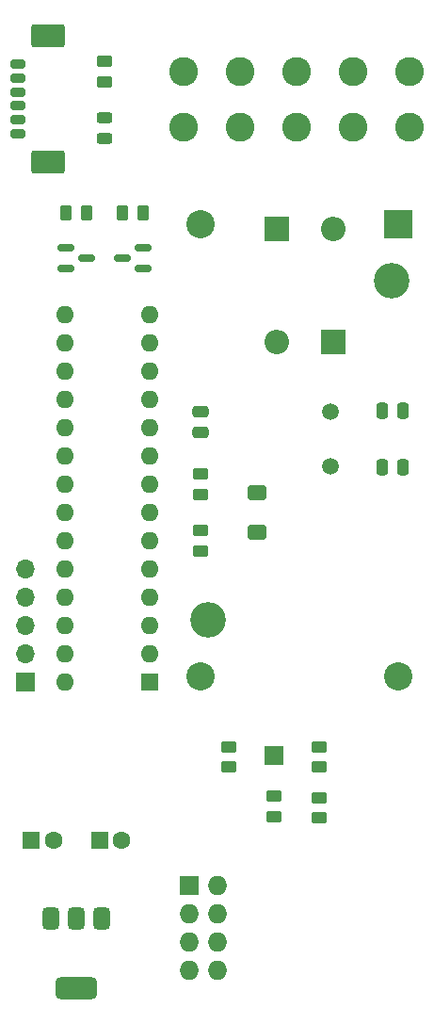
<source format=gbr>
%TF.GenerationSoftware,KiCad,Pcbnew,8.0.1*%
%TF.CreationDate,2024-10-28T19:37:42+01:00*%
%TF.ProjectId,ESP_01_MQTT,4553505f-3031-45f4-9d51-54542e6b6963,rev?*%
%TF.SameCoordinates,Original*%
%TF.FileFunction,Soldermask,Top*%
%TF.FilePolarity,Negative*%
%FSLAX46Y46*%
G04 Gerber Fmt 4.6, Leading zero omitted, Abs format (unit mm)*
G04 Created by KiCad (PCBNEW 8.0.1) date 2024-10-28 19:37:42*
%MOMM*%
%LPD*%
G01*
G04 APERTURE LIST*
G04 Aperture macros list*
%AMRoundRect*
0 Rectangle with rounded corners*
0 $1 Rounding radius*
0 $2 $3 $4 $5 $6 $7 $8 $9 X,Y pos of 4 corners*
0 Add a 4 corners polygon primitive as box body*
4,1,4,$2,$3,$4,$5,$6,$7,$8,$9,$2,$3,0*
0 Add four circle primitives for the rounded corners*
1,1,$1+$1,$2,$3*
1,1,$1+$1,$4,$5*
1,1,$1+$1,$6,$7*
1,1,$1+$1,$8,$9*
0 Add four rect primitives between the rounded corners*
20,1,$1+$1,$2,$3,$4,$5,0*
20,1,$1+$1,$4,$5,$6,$7,0*
20,1,$1+$1,$6,$7,$8,$9,0*
20,1,$1+$1,$8,$9,$2,$3,0*%
G04 Aperture macros list end*
%ADD10R,1.700000X1.700000*%
%ADD11O,1.700000X1.700000*%
%ADD12C,1.500000*%
%ADD13RoundRect,0.250000X0.250000X0.475000X-0.250000X0.475000X-0.250000X-0.475000X0.250000X-0.475000X0*%
%ADD14RoundRect,0.375000X-0.375000X0.625000X-0.375000X-0.625000X0.375000X-0.625000X0.375000X0.625000X0*%
%ADD15RoundRect,0.500000X-1.400000X0.500000X-1.400000X-0.500000X1.400000X-0.500000X1.400000X0.500000X0*%
%ADD16C,2.600000*%
%ADD17RoundRect,0.150000X-0.587500X-0.150000X0.587500X-0.150000X0.587500X0.150000X-0.587500X0.150000X0*%
%ADD18RoundRect,0.250000X0.450000X-0.262500X0.450000X0.262500X-0.450000X0.262500X-0.450000X-0.262500X0*%
%ADD19C,3.200000*%
%ADD20R,2.540000X2.540000*%
%ADD21C,2.540000*%
%ADD22RoundRect,0.150000X0.587500X0.150000X-0.587500X0.150000X-0.587500X-0.150000X0.587500X-0.150000X0*%
%ADD23R,1.600000X1.600000*%
%ADD24C,1.600000*%
%ADD25RoundRect,0.243750X0.456250X-0.243750X0.456250X0.243750X-0.456250X0.243750X-0.456250X-0.243750X0*%
%ADD26RoundRect,0.250000X-0.450000X0.262500X-0.450000X-0.262500X0.450000X-0.262500X0.450000X0.262500X0*%
%ADD27RoundRect,0.250000X-0.262500X-0.450000X0.262500X-0.450000X0.262500X0.450000X-0.262500X0.450000X0*%
%ADD28R,2.200000X2.200000*%
%ADD29O,2.200000X2.200000*%
%ADD30RoundRect,0.250000X-0.600000X0.400000X-0.600000X-0.400000X0.600000X-0.400000X0.600000X0.400000X0*%
%ADD31RoundRect,0.250000X-0.475000X0.250000X-0.475000X-0.250000X0.475000X-0.250000X0.475000X0.250000X0*%
%ADD32O,1.600000X1.600000*%
%ADD33R,1.727200X1.727200*%
%ADD34O,1.727200X1.727200*%
%ADD35RoundRect,0.200000X0.450000X-0.200000X0.450000X0.200000X-0.450000X0.200000X-0.450000X-0.200000X0*%
%ADD36RoundRect,0.250001X1.249999X-0.799999X1.249999X0.799999X-1.249999X0.799999X-1.249999X-0.799999X0*%
G04 APERTURE END LIST*
D10*
%TO.C,J8*%
X119380000Y-106172000D03*
D11*
X119380000Y-103632000D03*
X119380000Y-101092000D03*
X119380000Y-98552000D03*
X119380000Y-96012000D03*
%TD*%
D12*
%TO.C,Y1*%
X146812000Y-81878000D03*
X146812000Y-86758000D03*
%TD*%
D13*
%TO.C,C5*%
X153350000Y-81788000D03*
X151450000Y-81788000D03*
%TD*%
%TO.C,C4*%
X153350000Y-86868000D03*
X151450000Y-86868000D03*
%TD*%
D14*
%TO.C,U2*%
X126252000Y-127406000D03*
X123952000Y-127406000D03*
D15*
X123952000Y-133706000D03*
D14*
X121652000Y-127406000D03*
%TD*%
D16*
%TO.C,J3*%
X133604000Y-56308000D03*
X133604000Y-51308000D03*
%TD*%
D17*
%TO.C,Q1*%
X123014500Y-67122000D03*
X123014500Y-69022000D03*
X124889500Y-68072000D03*
%TD*%
D10*
%TO.C,J6*%
X141732000Y-112776000D03*
%TD*%
D18*
%TO.C,R2*%
X141732000Y-118260500D03*
X141732000Y-116435500D03*
%TD*%
D19*
%TO.C,M1*%
X152273000Y-70104000D03*
X135763000Y-100584000D03*
D20*
X152908000Y-65024000D03*
D21*
X135128000Y-65024000D03*
X135128000Y-105664000D03*
X152908000Y-105664000D03*
%TD*%
D16*
%TO.C,J1*%
X153924000Y-56308000D03*
X153924000Y-51308000D03*
%TD*%
%TO.C,J2*%
X148844000Y-56308000D03*
X148844000Y-51308000D03*
%TD*%
D22*
%TO.C,Q2*%
X129969500Y-69022000D03*
X129969500Y-67122000D03*
X128094500Y-68072000D03*
%TD*%
D23*
%TO.C,C2*%
X126044888Y-120396000D03*
D24*
X128044888Y-120396000D03*
%TD*%
D25*
%TO.C,D3*%
X126492000Y-57325500D03*
X126492000Y-55450500D03*
%TD*%
D26*
%TO.C,R6*%
X145796000Y-111967000D03*
X145796000Y-113792000D03*
%TD*%
D27*
%TO.C,R1*%
X123039500Y-64008000D03*
X124864500Y-64008000D03*
%TD*%
D28*
%TO.C,D2*%
X141966000Y-65455000D03*
D29*
X141966000Y-75615000D03*
%TD*%
D30*
%TO.C,D4*%
X140208000Y-89182000D03*
X140208000Y-92682000D03*
%TD*%
D26*
%TO.C,R7*%
X137668000Y-111967000D03*
X137668000Y-113792000D03*
%TD*%
D28*
%TO.C,D1*%
X147046000Y-75615000D03*
D29*
X147046000Y-65455000D03*
%TD*%
D18*
%TO.C,R5*%
X145796000Y-118364000D03*
X145796000Y-116539000D03*
%TD*%
%TO.C,R4*%
X126485000Y-52220500D03*
X126485000Y-50395500D03*
%TD*%
%TO.C,R9*%
X135128000Y-89304500D03*
X135128000Y-87479500D03*
%TD*%
D16*
%TO.C,J4*%
X138684000Y-56308000D03*
X138684000Y-51308000D03*
%TD*%
D26*
%TO.C,R8*%
X135128000Y-92559500D03*
X135128000Y-94384500D03*
%TD*%
D31*
%TO.C,C3*%
X135128000Y-81854000D03*
X135128000Y-83754000D03*
%TD*%
D23*
%TO.C,U3*%
X130556000Y-106172000D03*
D32*
X130556000Y-103632000D03*
X130556000Y-101092000D03*
X130556000Y-98552000D03*
X130556000Y-96012000D03*
X130556000Y-93472000D03*
X130556000Y-90932000D03*
X130556000Y-88392000D03*
X130556000Y-85852000D03*
X130556000Y-83312000D03*
X130556000Y-80772000D03*
X130556000Y-78232000D03*
X130556000Y-75692000D03*
X130556000Y-73152000D03*
X122936000Y-73152000D03*
X122936000Y-75692000D03*
X122936000Y-78232000D03*
X122936000Y-80772000D03*
X122936000Y-83312000D03*
X122936000Y-85852000D03*
X122936000Y-88392000D03*
X122936000Y-90932000D03*
X122936000Y-93472000D03*
X122936000Y-96012000D03*
X122936000Y-98552000D03*
X122936000Y-101092000D03*
X122936000Y-103632000D03*
X122936000Y-106172000D03*
%TD*%
D16*
%TO.C,J5*%
X143764000Y-56308000D03*
X143764000Y-51308000D03*
%TD*%
D33*
%TO.C,U1*%
X134112000Y-124460000D03*
D34*
X136652000Y-124460000D03*
X134112000Y-127000000D03*
X136652000Y-127000000D03*
X134112000Y-129540000D03*
X136652000Y-129540000D03*
X134112000Y-132080000D03*
X136652000Y-132080000D03*
%TD*%
D27*
%TO.C,R3*%
X128119500Y-64008000D03*
X129944500Y-64008000D03*
%TD*%
D35*
%TO.C,J7*%
X118662000Y-56886000D03*
X118662000Y-55636000D03*
X118662000Y-54386000D03*
X118662000Y-53136000D03*
X118662000Y-51886000D03*
X118662000Y-50636000D03*
D36*
X121412000Y-59436000D03*
X121412000Y-48086000D03*
%TD*%
D23*
%TO.C,C1*%
X119888000Y-120396000D03*
D24*
X121888000Y-120396000D03*
%TD*%
M02*

</source>
